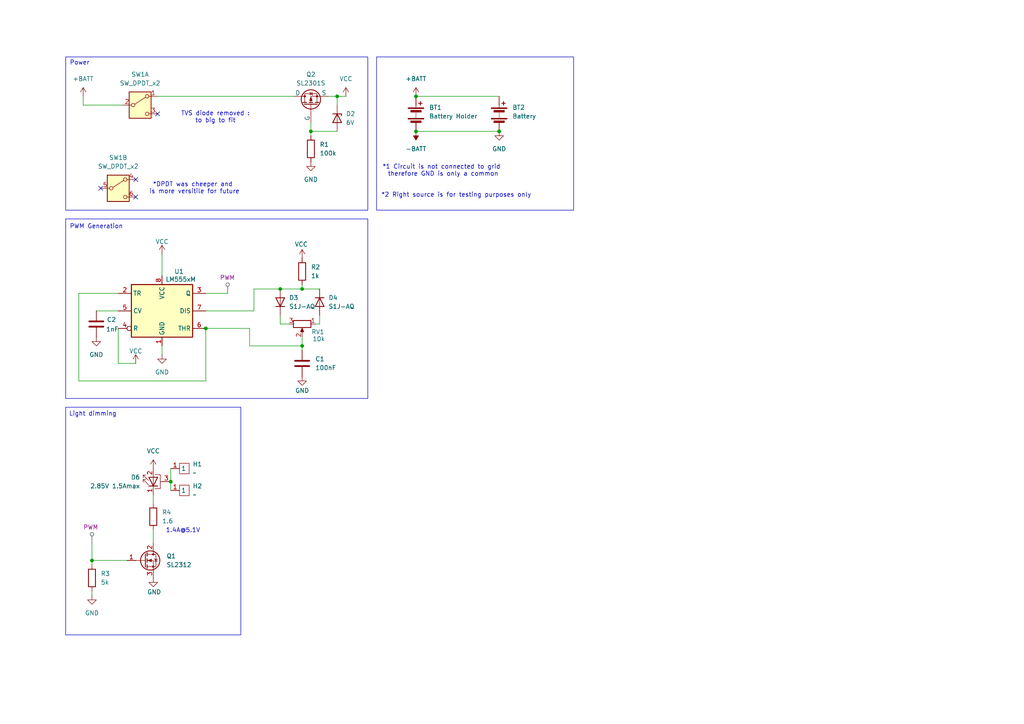
<source format=kicad_sch>
(kicad_sch (version 20250114) (generator "eeschema") (generator_version "9.0")
  (paper "A4")
  (lib_symbols
    (symbol "CustomSym:HeatSink"
      (property "Reference" "H" (at 0 0 0))
      (symbol "HeatSink_0_1"
        (rectangle (start -1.27 -1.016) (end 1.524 -4.064))
      )
      (symbol "HeatSink_1_1"
        (pin input line (at -3.81 -2.54 0) (length 2.54) (name "1") (number "1"))
      )
    )
    (symbol "Device:Battery" (pin_numbers (hide yes)) (pin_names (offset 0) (hide yes))
      (property "Reference" "BT" (at 2.54 2.54 0))
      (property "Value" "Battery" (at 2.54 0 0))
      (symbol "Battery_0_1"
        (rectangle (start -2.286 1.778) (end 2.286 1.524) (fill (type outline)))
        (rectangle (start -2.286 -1.27) (end 2.286 -1.524) (fill (type outline)))
        (rectangle (start -1.524 1.016) (end 1.524 0.508) (fill (type outline)))
        (rectangle (start -1.524 -2.032) (end 1.524 -2.54) (fill (type outline)))
        (polyline (pts (xy 0 1.778) (xy 0 2.54)))
        (polyline (pts (xy 0 0) (xy 0 0.254)))
        (polyline (pts (xy 0 -0.508) (xy 0 -0.254)))
        (polyline (pts (xy 0 -1.016) (xy 0 -0.762)))
        (polyline (pts (xy 0.762 3.048) (xy 1.778 3.048)) (stroke (width 0.254)))
        (polyline (pts (xy 1.27 3.556) (xy 1.27 2.54)) (stroke (width 0.254)))
      )
      (symbol "Battery_1_1"
        (pin passive line (at 0 5.08 270) (length 2.54) (name "+") (number "1"))
        (pin passive line (at 0 -5.08 90) (length 2.54) (name "-") (number "2"))
      )
    )
    (symbol "Device:C" (pin_numbers (hide yes)) (pin_names (offset 0.254))
      (property "Reference" "C" (at 0.635 2.54 0))
      (property "Value" "C" (at 0.635 -2.54 0))
      (symbol "C_0_1"
        (polyline (pts (xy -2.032 0.762) (xy 2.032 0.762)) (stroke (width 0.508)))
        (polyline (pts (xy -2.032 -0.762) (xy 2.032 -0.762)) (stroke (width 0.508)))
      )
      (symbol "C_1_1"
        (pin passive line (at 0 3.81 270) (length 2.794) (name "~") (number "1"))
        (pin passive line (at 0 -3.81 90) (length 2.794) (name "~") (number "2"))
      )
    )
    (symbol "Device:D" (pin_numbers (hide yes)) (pin_names (offset 1.016) (hide yes))
      (property "Reference" "D" (at 0 2.54 0))
      (property "Value" "D" (at 0 -2.54 0))
      (symbol "D_0_1"
        (polyline (pts (xy -1.27 1.27) (xy -1.27 -1.27)) (stroke (width 0.254)))
        (polyline (pts (xy 1.27 1.27) (xy 1.27 -1.27) (xy -1.27 0) (xy 1.27 1.27)) (stroke (width 0.254)))
        (polyline (pts (xy 1.27 0) (xy -1.27 0)))
      )
      (symbol "D_1_1"
        (pin passive line (at -3.81 0 0) (length 2.54) (name "K") (number "1"))
        (pin passive line (at 3.81 0 180) (length 2.54) (name "A") (number "2"))
      )
    )
    (symbol "Device:D_Zener" (pin_numbers (hide yes)) (pin_names (offset 1.016) (hide yes))
      (property "Reference" "D" (at 0 2.54 0))
      (property "Value" "D_Zener" (at 0 -2.54 0))
      (symbol "D_Zener_0_1"
        (polyline (pts (xy -1.27 -1.27) (xy -1.27 1.27) (xy -0.762 1.27)) (stroke (width 0.254)))
        (polyline (pts (xy 1.27 0) (xy -1.27 0)))
        (polyline (pts (xy 1.27 -1.27) (xy 1.27 1.27) (xy -1.27 0) (xy 1.27 -1.27)) (stroke (width 0.254)))
      )
      (symbol "D_Zener_1_1"
        (pin passive line (at -3.81 0 0) (length 2.54) (name "K") (number "1"))
        (pin passive line (at 3.81 0 180) (length 2.54) (name "A") (number "2"))
      )
    )
    (symbol "Device:LED_Pad" (pin_names (offset 1.016) (hide yes))
      (property "Reference" "D" (at 0 5.715 0))
      (property "Value" "LED_Pad" (at 0 3.81 0))
      (symbol "LED_Pad_0_1"
        (polyline (pts (xy -2.032 -0.508) (xy -2.032 -2.032) (xy 2.032 -2.032) (xy 2.032 -0.508)))
        (polyline (pts (xy -1.27 0) (xy 1.27 0)))
        (polyline (pts (xy -1.27 -1.27) (xy -1.27 1.27)) (stroke (width 0.254)))
        (polyline (pts (xy -0.889 1.397) (xy 0.635 2.921) (xy -0.127 2.921) (xy 0.635 2.921) (xy 0.635 2.159)))
        (polyline (pts (xy 0 -2.54) (xy 0 -2.032)))
        (polyline (pts (xy 0.381 1.397) (xy 1.905 2.921) (xy 1.143 2.921) (xy 1.905 2.921) (xy 1.905 2.159)))
        (polyline (pts (xy 1.27 -1.27) (xy 1.27 1.27) (xy -1.27 0) (xy 1.27 -1.27)) (stroke (width 0.254)))
      )
      (symbol "LED_Pad_1_1"
        (pin passive line (at -3.81 0 0) (length 2.54) (name "K") (number "1"))
        (pin passive line (at 0 -5.08 90) (length 2.54) (name "PAD") (number "3"))
        (pin passive line (at 3.81 0 180) (length 2.54) (name "A") (number "2"))
      )
    )
    (symbol "Device:R" (pin_numbers (hide yes)) (pin_names (offset 0))
      (property "Reference" "R" (at 2.032 0 90))
      (property "Value" "R" (at 0 0 90))
      (symbol "R_0_1"
        (rectangle (start -1.016 -2.54) (end 1.016 2.54) (stroke (width 0.254)))
      )
      (symbol "R_1_1"
        (pin passive line (at 0 3.81 270) (length 1.27) (name "~") (number "1"))
        (pin passive line (at 0 -3.81 90) (length 1.27) (name "~") (number "2"))
      )
    )
    (symbol "Device:R_Potentiometer" (pin_names (offset 1.016) (hide yes))
      (property "Reference" "RV" (at -4.445 0 90))
      (property "Value" "R_Potentiometer" (at -2.54 0 90))
      (symbol "R_Potentiometer_0_1"
        (rectangle (start 1.016 2.54) (end -1.016 -2.54) (stroke (width 0.254)))
        (polyline (pts (xy 1.143 0) (xy 2.286 0.508) (xy 2.286 -0.508) (xy 1.143 0)) (fill (type outline)))
        (polyline (pts (xy 2.54 0) (xy 1.524 0)))
      )
      (symbol "R_Potentiometer_1_1"
        (pin passive line (at 0 3.81 270) (length 1.27) (name "1") (number "1"))
        (pin passive line (at 0 -3.81 90) (length 1.27) (name "3") (number "3"))
        (pin passive line (at 3.81 0 180) (length 1.27) (name "2") (number "2"))
      )
    )
    (symbol "Simulation_SPICE:PMOS" (pin_numbers (hide yes)) (pin_names (offset 0))
      (property "Reference" "Q" (at 5.08 1.27 0))
      (property "Value" "PMOS" (at 5.08 -1.27 0))
      (symbol "PMOS_0_1"
        (polyline (pts (xy 0.254 1.905) (xy 0.254 -1.905)) (stroke (width 0.254)))
        (polyline (pts (xy 0.254 0) (xy -2.54 0)))
        (polyline (pts (xy 0.762 2.286) (xy 0.762 1.27)) (stroke (width 0.254)))
        (polyline (pts (xy 0.762 1.778) (xy 3.302 1.778) (xy 3.302 -1.778) (xy 0.762 -1.778)))
        (polyline (pts (xy 0.762 0.508) (xy 0.762 -0.508)) (stroke (width 0.254)))
        (polyline (pts (xy 0.762 -1.27) (xy 0.762 -2.286)) (stroke (width 0.254)))
        (circle (center 1.651 0) (radius 2.794) (stroke (width 0.254)))
        (polyline (pts (xy 2.286 0) (xy 1.27 0.381) (xy 1.27 -0.381) (xy 2.286 0)) (fill (type outline)))
        (polyline (pts (xy 2.54 2.54) (xy 2.54 1.778)))
        (circle (center 2.54 1.778) (radius 0.254) (fill (type outline)))
        (circle (center 2.54 -1.778) (radius 0.254) (fill (type outline)))
        (polyline (pts (xy 2.54 -2.54) (xy 2.54 0) (xy 0.762 0)))
        (polyline (pts (xy 2.794 -0.508) (xy 2.921 -0.381) (xy 3.683 -0.381) (xy 3.81 -0.254)))
        (polyline (pts (xy 3.302 -0.381) (xy 2.921 0.254) (xy 3.683 0.254) (xy 3.302 -0.381)))
      )
      (symbol "PMOS_1_1"
        (pin input line (at -5.08 0 0) (length 2.54) (name "G") (number "2"))
        (pin passive line (at 2.54 5.08 270) (length 2.54) (name "D") (number "1"))
        (pin passive line (at 2.54 -5.08 90) (length 2.54) (name "S") (number "3"))
      )
    )
    (symbol "Switch:SW_DPDT_x2" (pin_names (offset 0) (hide yes))
      (property "Reference" "SW" (at 0 5.08 0))
      (property "Value" "SW_DPDT_x2" (at 0 -5.08 0))
      (symbol "SW_DPDT_x2_0_0"
        (circle (center -2.032 0) (radius 0.508))
        (circle (center 2.032 -2.54) (radius 0.508))
      )
      (symbol "SW_DPDT_x2_0_1"
        (rectangle (start -3.175 3.81) (end 3.175 -3.81) (stroke (width 0.254)) (fill (type background)))
        (polyline (pts (xy -1.524 0.254) (xy 1.5748 2.286)))
        (circle (center 2.032 2.54) (radius 0.508))
      )
      (symbol "SW_DPDT_x2_1_1"
        (pin passive line (at -5.08 0 0) (length 2.54) (name "B") (number "2"))
        (pin passive line (at 5.08 2.54 180) (length 2.54) (name "A") (number "1"))
        (pin passive line (at 5.08 -2.54 180) (length 2.54) (name "C") (number "3"))
      )
      (symbol "SW_DPDT_x2_2_1"
        (pin passive line (at -5.08 0 0) (length 2.54) (name "B") (number "5"))
        (pin passive line (at 5.08 2.54 180) (length 2.54) (name "A") (number "4"))
        (pin passive line (at 5.08 -2.54 180) (length 2.54) (name "C") (number "6"))
      )
    )
    (symbol "Timer:LM555xM"
      (property "Reference" "U" (at -10.16 8.89 0))
      (property "Value" "LM555xM" (at 2.54 8.89 0))
      (symbol "LM555xM_0_0"
        (pin power_in line (at 0 10.16 270) (length 2.54) (name "VCC") (number "8"))
        (pin power_in line (at 0 -10.16 90) (length 2.54) (name "GND") (number "1"))
      )
      (symbol "LM555xM_0_1"
        (rectangle (start -8.89 -7.62) (end 8.89 7.62) (stroke (width 0.254)) (fill (type background)))
        (rectangle (start -8.89 -7.62) (end 8.89 7.62) (stroke (width 0.254)) (fill (type background)))
      )
      (symbol "LM555xM_1_1"
        (pin input line (at -12.7 5.08 0) (length 3.81) (name "TR") (number "2"))
        (pin input line (at -12.7 0 0) (length 3.81) (name "CV") (number "5"))
        (pin input inverted (at -12.7 -5.08 0) (length 3.81) (name "R") (number "4"))
        (pin output line (at 12.7 5.08 180) (length 3.81) (name "Q") (number "3"))
        (pin input line (at 12.7 0 180) (length 3.81) (name "DIS") (number "7"))
        (pin input line (at 12.7 -5.08 180) (length 3.81) (name "THR") (number "6"))
      )
    )
    (symbol "Transistor_FET:IRLIZ44N" (pin_names (hide yes))
      (property "Reference" "Q" (at 5.08 1.905 0))
      (property "Value" "IRLIZ44N" (at 5.08 0 0))
      (symbol "IRLIZ44N_0_1"
        (polyline (pts (xy 0.254 1.905) (xy 0.254 -1.905)) (stroke (width 0.254)))
        (polyline (pts (xy 0.254 0) (xy -2.54 0)))
        (polyline (pts (xy 0.762 2.286) (xy 0.762 1.27)) (stroke (width 0.254)))
        (polyline (pts (xy 0.762 0.508) (xy 0.762 -0.508)) (stroke (width 0.254)))
        (polyline (pts (xy 0.762 -1.27) (xy 0.762 -2.286)) (stroke (width 0.254)))
        (polyline (pts (xy 0.762 -1.778) (xy 3.302 -1.778) (xy 3.302 1.778) (xy 0.762 1.778)))
        (polyline (pts (xy 1.016 0) (xy 2.032 0.381) (xy 2.032 -0.381) (xy 1.016 0)) (fill (type outline)))
        (circle (center 1.651 0) (radius 2.794) (stroke (width 0.254)))
        (polyline (pts (xy 2.54 2.54) (xy 2.54 1.778)))
        (circle (center 2.54 1.778) (radius 0.254) (fill (type outline)))
        (circle (center 2.54 -1.778) (radius 0.254) (fill (type outline)))
        (polyline (pts (xy 2.54 -2.54) (xy 2.54 0) (xy 0.762 0)))
        (polyline (pts (xy 2.794 0.508) (xy 2.921 0.381) (xy 3.683 0.381) (xy 3.81 0.254)))
        (polyline (pts (xy 3.302 0.381) (xy 2.921 -0.254) (xy 3.683 -0.254) (xy 3.302 0.381)))
      )
      (symbol "IRLIZ44N_1_1"
        (pin input line (at -5.08 0 0) (length 2.54) (name "G") (number "1"))
        (pin passive line (at 2.54 5.08 270) (length 2.54) (name "D") (number "2"))
        (pin passive line (at 2.54 -5.08 90) (length 2.54) (name "S") (number "3"))
      )
    )
    (symbol "power:+BATT" (power) (pin_numbers (hide yes)) (pin_names (offset 0) (hide yes))
      (property "Value" "+BATT" (at 0 3.556 0))
      (symbol "+BATT_0_1"
        (polyline (pts (xy -0.762 1.27) (xy 0 2.54)))
        (polyline (pts (xy 0 2.54) (xy 0.762 1.27)))
        (polyline (pts (xy 0 0) (xy 0 2.54)))
      )
      (symbol "+BATT_1_1"
        (pin power_in line (at 0 0 90) (length 0) (name "~") (number "1"))
      )
    )
    (symbol "power:-BATT" (power) (pin_numbers (hide yes)) (pin_names (offset 0) (hide yes))
      (property "Value" "-BATT" (at 0 3.556 0))
      (symbol "-BATT_0_1"
        (polyline (pts (xy 0 0) (xy 0 2.54)))
        (polyline (pts (xy 0.762 1.27) (xy -0.762 1.27) (xy 0 2.54) (xy 0.762 1.27)) (fill (type outline)))
      )
      (symbol "-BATT_1_1"
        (pin power_in line (at 0 0 90) (length 0) (name "~") (number "1"))
      )
    )
    (symbol "power:GND" (power) (pin_numbers (hide yes)) (pin_names (offset 0) (hide yes))
      (property "Value" "GND" (at 0 -3.81 0))
      (symbol "GND_0_1"
        (polyline (pts (xy 0 0) (xy 0 -1.27) (xy 1.27 -1.27) (xy 0 -2.54) (xy -1.27 -1.27) (xy 0 -1.27)))
      )
      (symbol "GND_1_1"
        (pin power_in line (at 0 0 270) (length 0) (name "~") (number "1"))
      )
    )
    (symbol "power:VCC" (power) (pin_numbers (hide yes)) (pin_names (offset 0) (hide yes))
      (property "Value" "VCC" (at 0 3.556 0))
      (symbol "VCC_0_1"
        (polyline (pts (xy -0.762 1.27) (xy 0 2.54)))
        (polyline (pts (xy 0 2.54) (xy 0.762 1.27)))
        (polyline (pts (xy 0 0) (xy 0 2.54)))
      )
      (symbol "VCC_1_1"
        (pin power_in line (at 0 0 90) (length 0) (name "~") (number "1"))
      )
    )
  )
  (rectangle (start 19.05 16.51) (end 106.68 60.96))
  (rectangle (start 109.22 16.51) (end 166.37 60.96))
  (rectangle (start 19.05 63.5) (end 106.68 115.57))
  (rectangle (start 19.05 118.11) (end 69.85 184.15))
  (text "1.4A@5.1V" (at 53.086 153.924 0) (effects (font (size 1.27 1.27))))
  (text "*1 Circuit is not connected to grid \ntherefore GND is only a common" (at 128.524 49.53 0) (effects (font (size 1.27 1.27))))
  (text "Light dimming" (at 26.924 120.142 0) (effects (font (size 1.27 1.27))))
  (text "TVS diode removed :\nto big to fit\n" (at 62.484 34.036 0) (effects (font (size 1.27 1.27))))
  (text "Power" (at 23.114 18.288 0) (effects (font (size 1.27 1.27))))
  (text "*DPDT was cheeper and \nis more versitile for future" (at 56.388 54.61 0) (effects (font (size 1.27 1.27))))
  (text "PWM Generation" (at 27.94 65.786 0) (effects (font (size 1.27 1.27))))
  (text "*2 Right source is for testing purposes only" (at 132.334 56.642 0) (effects (font (size 1.27 1.27))))
  (junction (at 49.53 139.7))
  (junction (at 120.65 38.1))
  (junction (at 87.63 83.82))
  (junction (at 120.65 27.94))
  (junction (at 26.67 162.56))
  (junction (at 97.79 27.94))
  (junction (at 87.63 100.33))
  (junction (at 144.78 38.1))
  (junction (at 59.69 95.25))
  (junction (at 90.17 38.1))
  (junction (at 81.28 83.82))
  (no_connect (at 39.37 52.07))
  (no_connect (at 29.21 54.61))
  (no_connect (at 45.72 33.02))
  (no_connect (at 39.37 57.15))
  (wire (pts (xy 34.29 105.41) (xy 34.29 95.25)))
  (wire (pts (xy 81.28 83.82) (xy 87.63 83.82)))
  (wire (pts (xy 46.99 73.66) (xy 46.99 80.01)))
  (wire (pts (xy 95.25 27.94) (xy 97.79 27.94)))
  (wire (pts (xy 24.13 30.48) (xy 35.56 30.48)))
  (wire (pts (xy 97.79 38.1) (xy 90.17 38.1)))
  (wire (pts (xy 66.04 85.09) (xy 59.69 85.09)))
  (wire (pts (xy 27.94 90.17) (xy 34.29 90.17)))
  (wire (pts (xy 87.63 83.82) (xy 92.71 83.82)))
  (wire (pts (xy 45.72 27.94) (xy 85.09 27.94)))
  (wire (pts (xy 91.44 93.98) (xy 92.71 93.98)))
  (wire (pts (xy 97.79 30.48) (xy 97.79 27.94)))
  (wire (pts (xy 22.86 110.49) (xy 59.69 110.49)))
  (wire (pts (xy 44.45 153.67) (xy 44.45 157.48)))
  (wire (pts (xy 22.86 85.09) (xy 22.86 110.49)))
  (wire (pts (xy 39.37 105.41) (xy 34.29 105.41)))
  (wire (pts (xy 73.66 90.17) (xy 73.66 83.82)))
  (wire (pts (xy 120.65 27.94) (xy 144.78 27.94)))
  (wire (pts (xy 26.67 157.48) (xy 26.67 162.56)))
  (wire (pts (xy 90.17 35.56) (xy 90.17 38.1)))
  (wire (pts (xy 49.53 139.7) (xy 49.53 142.24)))
  (wire (pts (xy 26.67 162.56) (xy 26.67 163.83)))
  (wire (pts (xy 72.39 95.25) (xy 72.39 100.33)))
  (wire (pts (xy 49.53 135.89) (xy 49.53 139.7)))
  (wire (pts (xy 90.17 38.1) (xy 90.17 39.37)))
  (wire (pts (xy 73.66 83.82) (xy 81.28 83.82)))
  (wire (pts (xy 26.67 162.56) (xy 36.83 162.56)))
  (wire (pts (xy 87.63 97.79) (xy 87.63 100.33)))
  (wire (pts (xy 46.99 102.87) (xy 46.99 100.33)))
  (wire (pts (xy 92.71 93.98) (xy 92.71 91.44)))
  (wire (pts (xy 120.65 38.1) (xy 144.78 38.1)))
  (wire (pts (xy 26.67 171.45) (xy 26.67 172.72)))
  (wire (pts (xy 81.28 93.98) (xy 81.28 91.44)))
  (wire (pts (xy 59.69 110.49) (xy 59.69 95.25)))
  (wire (pts (xy 87.63 100.33) (xy 87.63 101.6)))
  (wire (pts (xy 34.29 85.09) (xy 22.86 85.09)))
  (wire (pts (xy 59.69 90.17) (xy 73.66 90.17)))
  (wire (pts (xy 44.45 146.05) (xy 44.45 143.51)))
  (wire (pts (xy 59.69 95.25) (xy 72.39 95.25)))
  (wire (pts (xy 24.13 27.94) (xy 24.13 30.48)))
  (wire (pts (xy 83.82 93.98) (xy 81.28 93.98)))
  (wire (pts (xy 87.63 82.55) (xy 87.63 83.82)))
  (wire (pts (xy 97.79 27.94) (xy 100.33 27.94)))
  (wire (pts (xy 72.39 100.33) (xy 87.63 100.33)))
  (netclass_flag "" (length 2.54) (shape round) (at 66.04 85.09 0) (property "Netclass" "PWM" (at 63.754 80.518 0) (effects (justify left))))
  (netclass_flag "" (length 2.54) (shape round) (at 26.67 157.48 0) (property "Netclass" "PWM" (at 24.13 152.908 0) (effects (justify left))))
  (symbol (lib_id "power:VCC") (at 100.33 27.94 0) (unit 1)
    (property "Reference" "#PWR05" (effects (hide yes)))
    (property "Value" "VCC" (at 100.33 22.86 0))
    (property "Description" "Power symbol creates a global label with name \"VCC\"" (effects (hide yes)))
  )
  (symbol (lib_id "Device:C") (at 87.63 105.41 0) (unit 1)
    (property "Reference" "C1" (at 91.44 104.1399 0) (effects (justify left)))
    (property "Value" "100nF" (at 91.44 106.6799 0) (effects (justify left)))
    (property "Footprint" "Capacitor_SMD:C_0805_2012Metric" (effects (hide yes)))
    (property "Description" "Unpolarized capacitor" (effects (hide yes)))
  )
  (symbol (lib_id "power:GND") (at 144.78 38.1 0) (unit 1)
    (property "Reference" "#PWR03" (effects (hide yes)))
    (property "Value" "GND" (at 144.78 43.18 0))
    (property "Description" "Power symbol creates a global label with name \"GND\" , ground" (effects (hide yes)))
  )
  (symbol (lib_id "power:GND") (at 90.17 46.99 0) (unit 1)
    (property "Reference" "#PWR06" (effects (hide yes)))
    (property "Value" "GND" (at 90.17 52.07 0))
    (property "Description" "Power symbol creates a global label with name \"GND\" , ground" (effects (hide yes)))
  )
  (symbol (lib_id "power:+BATT") (at 24.13 27.94 0) (unit 1)
    (property "Reference" "#PWR01" (effects (hide yes)))
    (property "Value" "+BATT" (at 24.13 22.86 0))
    (property "Description" "Power symbol creates a global label with name \"+BATT\"" (effects (hide yes)))
  )
  (symbol (lib_id "power:GND") (at 27.94 97.79 0) (unit 1)
    (property "Reference" "#PWR011" (effects (hide yes)))
    (property "Value" "GND" (at 27.94 102.87 0))
    (property "Description" "Power symbol creates a global label with name \"GND\" , ground" (effects (hide yes)))
  )
  (symbol (lib_id "Device:D_Zener") (at 97.79 34.29 270) (unit 1)
    (property "Reference" "D2" (at 100.33 33.0199 90) (effects (justify left)))
    (property "Value" "6V" (at 100.33 35.5599 90) (effects (justify left)))
    (property "Footprint" "Diode_SMD:D_SOD-123" (effects (hide yes)))
    (property "Datasheet" "https://www.digikey.ca/en/products/detail/diodes-incorporated/MMSZ5233B-7-F/814355" (effects (hide yes)))
    (property "Description" "Zener diode" (effects (hide yes)))
  )
  (symbol (lib_id "power:-BATT") (at 120.65 38.1 180) (unit 1)
    (property "Reference" "#PWR017" (effects (hide yes)))
    (property "Value" "-BATT" (at 120.65 43.18 0))
    (property "Description" "Power symbol creates a global label with name \"-BATT\"" (effects (hide yes)))
  )
  (symbol (lib_id "Device:R") (at 87.63 78.74 0) (unit 1)
    (property "Reference" "R2" (at 90.17 77.4699 0) (effects (justify left)))
    (property "Value" "1k" (at 90.17 80.0099 0) (effects (justify left)))
    (property "Footprint" "Resistor_SMD:R_0805_2012Metric_Pad1.20x1.40mm_HandSolder" (effects (hide yes)))
    (property "Description" "Resistor" (effects (hide yes)))
  )
  (symbol (lib_id "power:VCC") (at 46.99 73.66 0) (unit 1)
    (property "Reference" "#PWR07" (effects (hide yes)))
    (property "Value" "VCC" (at 46.99 70.104 0))
    (property "Description" "Power symbol creates a global label with name \"VCC\"" (effects (hide yes)))
  )
  (symbol (lib_id "CustomSym:HeatSink") (at 53.34 133.35 0) (unit 1)
    (property "Reference" "H1" (at 55.88 134.6199 0) (effects (justify left)))
    (property "Value" "~" (at 55.88 137.1599 0) (effects (justify left)))
    (property "Footprint" "CustomLib:Heatsink" (effects (hide yes)))
  )
  (symbol (lib_id "power:VCC") (at 44.45 135.89 0) (unit 1)
    (property "Reference" "#PWR015" (effects (hide yes)))
    (property "Value" "VCC" (at 44.45 130.81 0))
    (property "Description" "Power symbol creates a global label with name \"VCC\"" (effects (hide yes)))
  )
  (symbol (lib_id "power:GND") (at 87.63 109.22 0) (unit 1)
    (property "Reference" "#PWR012" (effects (hide yes)))
    (property "Value" "GND" (at 87.63 113.284 0))
    (property "Description" "Power symbol creates a global label with name \"GND\" , ground" (effects (hide yes)))
  )
  (symbol (lib_id "power:GND") (at 44.45 167.64 0) (unit 1)
    (property "Reference" "#PWR014" (effects (hide yes)))
    (property "Value" "GND" (at 44.704 171.704 0))
    (property "Description" "Power symbol creates a global label with name \"GND\" , ground" (effects (hide yes)))
  )
  (symbol (lib_id "Device:D") (at 81.28 87.63 90) (unit 1)
    (property "Reference" "D3" (at 83.82 86.3599 90) (effects (justify right)))
    (property "Value" "S1J-AQ" (at 83.82 88.8999 90) (effects (justify right)))
    (property "Footprint" "Diode_SMD:D_SMB_Handsoldering" (effects (hide yes)))
    (property "Datasheet" "https://www.digikey.ca/en/products/detail/diotec-semiconductor/S1J-AQ/22191240" (effects (hide yes)))
    (property "Description" "Diode" (effects (hide yes)))
    (property "Sim.Device" "D" (effects (hide yes)))
    (property "Sim.Pins" "1=K 2=A" (effects (hide yes)))
  )
  (symbol (lib_id "Device:C") (at 27.94 93.98 0) (unit 1)
    (property "Reference" "C2" (at 30.988 92.71 0) (effects (justify left)))
    (property "Value" "1nF" (at 30.734 95.504 0) (effects (justify left)))
    (property "Footprint" "Capacitor_SMD:C_0805_2012Metric" (effects (hide yes)))
    (property "Description" "Unpolarized capacitor" (effects (hide yes)))
  )
  (symbol (lib_id "Transistor_FET:IRLIZ44N") (at 41.91 162.56 0) (unit 1)
    (property "Reference" "Q1" (at 48.26 161.2899 0) (effects (justify left)))
    (property "Value" "SL2312" (at 48.26 163.8299 0) (effects (justify left)))
    (property "Footprint" "Package_TO_SOT_SMD:TSOT-23_HandSoldering" (effects (hide yes)))
    (property "Datasheet" "https://www.digikey.ca/en/products/detail/shenzhen-slkormicro-semicon-co-ltd/SL2312/27519102" (effects (hide yes)))
    (property "Description" "30A Id, 55V Vds, 22mOhm Rds, N-Channel HEXFET Power MOSFET, TO-220AB" (effects (hide yes)))
  )
  (symbol (lib_id "Device:D") (at 92.71 87.63 270) (unit 1)
    (property "Reference" "D4" (at 95.25 86.3599 90) (effects (justify left)))
    (property "Value" "S1J-AQ" (at 95.25 88.8999 90) (effects (justify left)))
    (property "Footprint" "Diode_SMD:D_SMB_Handsoldering" (effects (hide yes)))
    (property "Datasheet" "https://www.digikey.ca/en/products/detail/diotec-semiconductor/S1J-AQ/22191240" (effects (hide yes)))
    (property "Description" "Diode" (effects (hide yes)))
    (property "Sim.Device" "D" (effects (hide yes)))
    (property "Sim.Pins" "1=K 2=A" (effects (hide yes)))
  )
  (symbol (lib_id "Device:R") (at 90.17 43.18 0) (unit 1)
    (property "Reference" "R1" (at 92.71 41.9099 0) (effects (justify left)))
    (property "Value" "100k" (at 92.71 44.4499 0) (effects (justify left)))
    (property "Footprint" "Resistor_SMD:R_0805_2012Metric_Pad1.20x1.40mm_HandSolder" (effects (hide yes)))
    (property "Description" "Resistor" (effects (hide yes)))
  )
  (symbol (lib_id "Device:R") (at 26.67 167.64 0) (unit 1)
    (property "Reference" "R3" (at 29.21 166.3699 0) (effects (justify left)))
    (property "Value" "5k" (at 29.21 168.9099 0) (effects (justify left)))
    (property "Footprint" "Resistor_SMD:R_1206_3216Metric_Pad1.30x1.75mm_HandSolder" (effects (hide yes)))
    (property "Description" "Resistor" (effects (hide yes)))
  )
  (symbol (lib_id "Device:LED_Pad") (at 44.45 139.7 90) (unit 1)
    (property "Reference" "D6" (at 40.64 138.4299 90) (effects (justify left)))
    (property "Value" "2.85V 1.5Amax" (at 40.64 140.9699 90) (effects (justify left)))
    (property "Footprint" "LED_SMD:LED_Cree-XHP50_3V_HighDensity" (effects (hide yes)))
    (property "Datasheet" "https://www.digikey.ca/en/products/detail/cree-led/XTEAWT-00-0000-000000F51/2811435" (effects (hide yes)))
    (property "Description" "Light emitting diode with pad" (effects (hide yes)))
  )
  (symbol (lib_id "power:VCC") (at 87.63 74.93 0) (unit 1)
    (property "Reference" "#PWR08" (effects (hide yes)))
    (property "Value" "VCC" (at 87.376 70.866 0))
    (property "Description" "Power symbol creates a global label with name \"VCC\"" (effects (hide yes)))
  )
  (symbol (lib_id "power:VCC") (at 39.37 105.41 0) (unit 1)
    (property "Reference" "#PWR010" (effects (hide yes)))
    (property "Value" "VCC" (at 39.37 101.854 0))
    (property "Description" "Power symbol creates a global label with name \"VCC\"" (effects (hide yes)))
  )
  (symbol (lib_id "Device:R_Potentiometer") (at 87.63 93.98 270) (unit 1)
    (property "Reference" "RV1" (at 92.202 96.266 90))
    (property "Value" "10k" (at 92.456 98.298 90))
    (property "Footprint" "Potentiometer_SMD:Potentiometer_Bourns_TC33X_Vertical" (effects (hide yes)))
    (property "Datasheet" "https://www.digikey.ca/en/products/detail/bourns-inc/TC33X-1-103E/2566867" (effects (hide yes)))
    (property "Description" "Potentiometer" (effects (hide yes)))
  )
  (symbol (lib_id "Switch:SW_DPDT_x2") (at 34.29 54.61 0) (unit 2)
    (property "Reference" "SW1" (at 34.29 45.72 0))
    (property "Value" "SW_DPDT_x2" (at 34.29 48.26 0))
    (property "Footprint" "CustomLib:DPDT" (effects (hide yes)))
    (property "Description" "Switch, dual pole double throw, separate symbols" (effects (hide yes)))
  )
  (symbol (lib_id "power:+BATT") (at 120.65 27.94 0) (unit 1)
    (property "Reference" "#PWR016" (effects (hide yes)))
    (property "Value" "+BATT" (at 120.65 22.86 0))
    (property "Description" "Power symbol creates a global label with name \"+BATT\"" (effects (hide yes)))
  )
  (symbol (lib_id "Simulation_SPICE:PMOS") (at 90.17 30.48 90) (unit 1)
    (property "Reference" "Q2" (at 90.17 21.59 90))
    (property "Value" "SL2301S" (at 90.17 24.13 90))
    (property "Footprint" "Package_TO_SOT_SMD:TSOT-23" (effects (hide yes)))
    (property "Datasheet" "https://www.digikey.ca/en/products/detail/shenzhen-slkormicro-semicon-co-ltd/SL2301S/26112879" (effects (hide yes)))
    (property "Description" "P-MOSFET transistor, drain/source/gate" (effects (hide yes)))
    (property "Sim.Device" "PMOS" (effects (hide yes)))
    (property "Sim.Type" "VDMOS" (effects (hide yes)))
    (property "Sim.Pins" "1=D 2=G 3=S" (effects (hide yes)))
  )
  (symbol (lib_id "Timer:LM555xM") (at 46.99 90.17 0) (unit 1)
    (property "Reference" "U1" (at 50.546 78.74 0) (effects (justify left)))
    (property "Value" "LM555xM" (at 48.006 81.026 0) (effects (justify left)))
    (property "Footprint" "Package_SO:SOIC-8_3.9x4.9mm_P1.27mm" (effects (hide yes)))
    (property "Datasheet" "http://www.ti.com/lit/ds/symlink/lm555.pdf" (effects (hide yes)))
    (property "Description" "Timer, 555 compatible, SOIC-8" (effects (hide yes)))
  )
  (symbol (lib_id "Device:R") (at 44.45 149.86 0) (unit 1)
    (property "Reference" "R4" (at 46.99 148.5899 0) (effects (justify left)))
    (property "Value" "1.6" (at 46.99 151.1299 0) (effects (justify left)))
    (property "Footprint" "Resistor_SMD:R_1206_3216Metric_Pad1.30x1.75mm_HandSolder" (effects (hide yes)))
    (property "Datasheet" "https://www.digikey.ca/en/products/detail/yageo/RC1206FR-071R6L/728449" (effects (hide yes)))
    (property "Description" "Resistor" (effects (hide yes)))
  )
  (symbol (lib_id "Device:Battery") (at 144.78 33.02 0) (unit 1)
    (property "Reference" "BT2" (at 148.59 31.1784 0) (effects (justify left)))
    (property "Value" "Battery" (at 148.59 33.7184 0) (effects (justify left)))
    (property "Footprint" "CustomLib:2 pin screw connector" (effects (hide yes)))
    (property "Description" "Multiple-cell battery" (effects (hide yes)))
  )
  (symbol (lib_id "power:GND") (at 26.67 172.72 0) (unit 1)
    (property "Reference" "#PWR013" (effects (hide yes)))
    (property "Value" "GND" (at 26.67 177.8 0))
    (property "Description" "Power symbol creates a global label with name \"GND\" , ground" (effects (hide yes)))
  )
  (symbol (lib_id "Device:Battery") (at 120.65 33.02 0) (unit 1)
    (property "Reference" "BT1" (at 124.46 31.1784 0) (effects (justify left)))
    (property "Value" "Battery Holder" (at 124.46 33.7184 0) (effects (justify left)))
    (property "Footprint" "CustomLib:BAT_2479" (effects (hide yes)))
    (property "Description" "Multiple-cell battery" (effects (hide yes)))
  )
  (symbol (lib_id "CustomSym:HeatSink") (at 53.34 139.7 0) (unit 1)
    (property "Reference" "H2" (at 55.88 140.9699 0) (effects (justify left)))
    (property "Value" "~" (at 55.88 143.5099 0) (effects (justify left)))
    (property "Footprint" "CustomLib:Heatsink" (effects (hide yes)))
  )
  (symbol (lib_id "power:GND") (at 46.99 102.87 0) (unit 1)
    (property "Reference" "#PWR09" (effects (hide yes)))
    (property "Value" "GND" (at 46.99 107.95 0))
    (property "Description" "Power symbol creates a global label with name \"GND\" , ground" (effects (hide yes)))
  )
  (symbol (lib_id "Switch:SW_DPDT_x2") (at 40.64 30.48 0) (unit 1)
    (property "Reference" "SW1" (at 40.64 21.59 0))
    (property "Value" "SW_DPDT_x2" (at 40.64 24.13 0))
    (property "Footprint" "CustomLib:DPDT" (effects (hide yes)))
    (property "Description" "Switch, dual pole double throw, separate symbols" (effects (hide yes)))
  )
)
</source>
